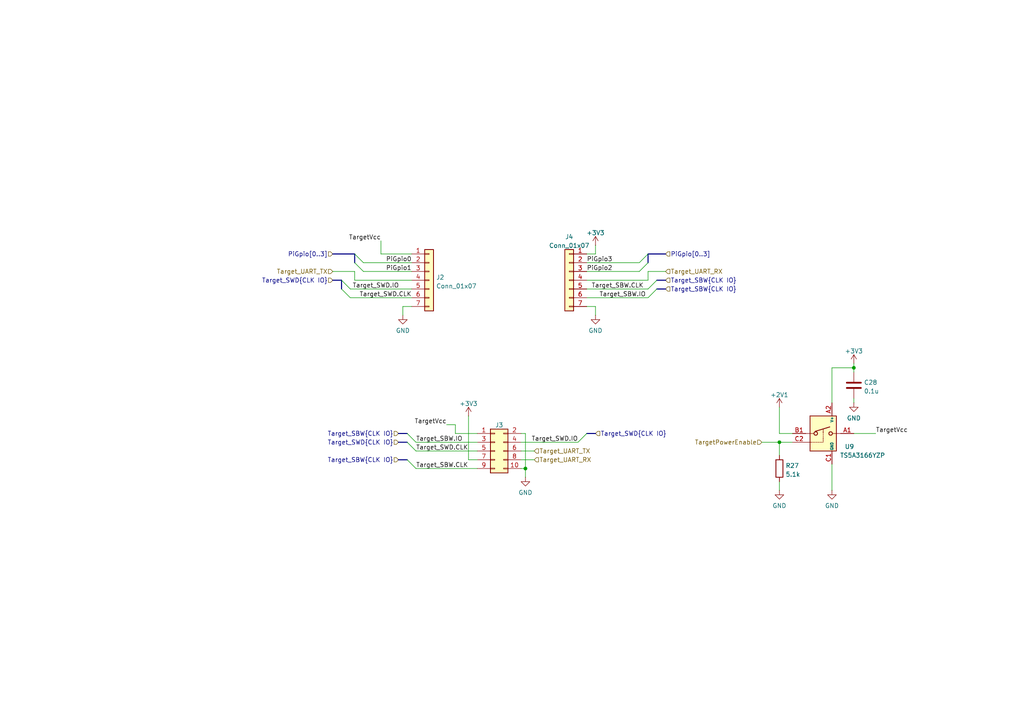
<source format=kicad_sch>
(kicad_sch (version 20231120) (generator "eeschema") (generator_version "8.0")
  (paper "A4")
  (lib_symbols
    (symbol "Connector_Generic:Conn_01x07" (pin_names (offset 1.016) hide)
      (property "Reference" "J" (at 0 10.16 0))
      (property "Value" "Conn_01x07" (at 0 -10.16 0))
      (symbol "Conn_01x07_1_1"
        (rectangle (start -1.27 -7.493) (end 0 -7.747) (stroke (width 0.1524)))
        (rectangle (start -1.27 -4.953) (end 0 -5.207) (stroke (width 0.1524)))
        (rectangle (start -1.27 -2.413) (end 0 -2.667) (stroke (width 0.1524)))
        (rectangle (start -1.27 0.127) (end 0 -0.127) (stroke (width 0.1524)))
        (rectangle (start -1.27 2.667) (end 0 2.413) (stroke (width 0.1524)))
        (rectangle (start -1.27 5.207) (end 0 4.953) (stroke (width 0.1524)))
        (rectangle (start -1.27 7.747) (end 0 7.493) (stroke (width 0.1524)))
        (rectangle (start -1.27 8.89) (end 1.27 -8.89) (stroke (width 0.254)) (fill (type background)))
        (pin passive line (at -5.08 7.62 0) (length 3.81) (name "Pin_1") (number "1"))
        (pin passive line (at -5.08 5.08 0) (length 3.81) (name "Pin_2") (number "2"))
        (pin passive line (at -5.08 2.54 0) (length 3.81) (name "Pin_3") (number "3"))
        (pin passive line (at -5.08 0 0) (length 3.81) (name "Pin_4") (number "4"))
        (pin passive line (at -5.08 -2.54 0) (length 3.81) (name "Pin_5") (number "5"))
        (pin passive line (at -5.08 -5.08 0) (length 3.81) (name "Pin_6") (number "6"))
        (pin passive line (at -5.08 -7.62 0) (length 3.81) (name "Pin_7") (number "7"))
      )
    )
    (symbol "Connector_Generic:Conn_02x05_Odd_Even" (pin_names (offset 1.016) hide)
      (property "Reference" "J" (at 1.27 7.62 0))
      (property "Value" "Conn_02x05_Odd_Even" (at 1.27 -7.62 0))
      (symbol "Conn_02x05_Odd_Even_1_1"
        (rectangle (start -1.27 -4.953) (end 0 -5.207) (stroke (width 0.1524)))
        (rectangle (start -1.27 -2.413) (end 0 -2.667) (stroke (width 0.1524)))
        (rectangle (start -1.27 0.127) (end 0 -0.127) (stroke (width 0.1524)))
        (rectangle (start -1.27 2.667) (end 0 2.413) (stroke (width 0.1524)))
        (rectangle (start -1.27 5.207) (end 0 4.953) (stroke (width 0.1524)))
        (rectangle (start -1.27 6.35) (end 3.81 -6.35) (stroke (width 0.254)) (fill (type background)))
        (rectangle (start 3.81 -4.953) (end 2.54 -5.207) (stroke (width 0.1524)))
        (rectangle (start 3.81 -2.413) (end 2.54 -2.667) (stroke (width 0.1524)))
        (rectangle (start 3.81 0.127) (end 2.54 -0.127) (stroke (width 0.1524)))
        (rectangle (start 3.81 2.667) (end 2.54 2.413) (stroke (width 0.1524)))
        (rectangle (start 3.81 5.207) (end 2.54 4.953) (stroke (width 0.1524)))
        (pin passive line (at -5.08 5.08 0) (length 3.81) (name "Pin_1") (number "1"))
        (pin passive line (at 7.62 -5.08 180) (length 3.81) (name "Pin_10") (number "10"))
        (pin passive line (at 7.62 5.08 180) (length 3.81) (name "Pin_2") (number "2"))
        (pin passive line (at -5.08 2.54 0) (length 3.81) (name "Pin_3") (number "3"))
        (pin passive line (at 7.62 2.54 180) (length 3.81) (name "Pin_4") (number "4"))
        (pin passive line (at -5.08 0 0) (length 3.81) (name "Pin_5") (number "5"))
        (pin passive line (at 7.62 0 180) (length 3.81) (name "Pin_6") (number "6"))
        (pin passive line (at -5.08 -2.54 0) (length 3.81) (name "Pin_7") (number "7"))
        (pin passive line (at 7.62 -2.54 180) (length 3.81) (name "Pin_8") (number "8"))
        (pin passive line (at -5.08 -5.08 0) (length 3.81) (name "Pin_9") (number "9"))
      )
    )
    (symbol "Device:C" (pin_numbers hide) (pin_names (offset 0.254))
      (property "Reference" "C" (at 0.635 2.54 0))
      (property "Value" "C" (at 0.635 -2.54 0))
      (symbol "C_0_1"
        (polyline (pts (xy -2.032 -0.762) (xy 2.032 -0.762)) (stroke (width 0.508)))
        (polyline (pts (xy -2.032 0.762) (xy 2.032 0.762)) (stroke (width 0.508)))
      )
      (symbol "C_1_1"
        (pin passive line (at 0 3.81 270) (length 2.794) (name "~") (number "1"))
        (pin passive line (at 0 -3.81 90) (length 2.794) (name "~") (number "2"))
      )
    )
    (symbol "Device:R" (pin_numbers hide) (pin_names (offset 0))
      (property "Reference" "R" (at 2.032 0 90))
      (property "Value" "R" (at 0 0 90))
      (symbol "R_0_1"
        (rectangle (start -1.016 -2.54) (end 1.016 2.54) (stroke (width 0.254)))
      )
      (symbol "R_1_1"
        (pin passive line (at 0 3.81 270) (length 1.27) (name "~") (number "1"))
        (pin passive line (at 0 -3.81 90) (length 1.27) (name "~") (number "2"))
      )
    )
    (symbol "power:+3V3" (power) (pin_numbers hide) (pin_names (offset 0) hide)
      (property "Value" "+3V3" (at 0 3.556 0))
      (symbol "+3V3_0_1"
        (polyline (pts (xy -0.762 1.27) (xy 0 2.54)))
        (polyline (pts (xy 0 0) (xy 0 2.54)))
        (polyline (pts (xy 0 2.54) (xy 0.762 1.27)))
      )
      (symbol "+3V3_1_1"
        (pin power_in line (at 0 0 90) (length 0) (name "~") (number "1"))
      )
    )
    (symbol "power:GND" (power) (pin_numbers hide) (pin_names (offset 0) hide)
      (property "Value" "GND" (at 0 -3.81 0))
      (symbol "GND_0_1"
        (polyline (pts (xy 0 0) (xy 0 -1.27) (xy 1.27 -1.27) (xy 0 -2.54) (xy -1.27 -1.27) (xy 0 -1.27)))
      )
      (symbol "GND_1_1"
        (pin power_in line (at 0 0 270) (length 0) (name "~") (number "1"))
      )
    )
    (symbol "voltix:+2V1" (power) (pin_names (offset 0))
      (property "Value" "+2V1" (at 0 3.556 0))
      (symbol "+2V1_0_1"
        (polyline (pts (xy -0.762 1.27) (xy 0 2.54)))
        (polyline (pts (xy 0 0) (xy 0 2.54)))
        (polyline (pts (xy 0 2.54) (xy 0.762 1.27)))
      )
      (symbol "+2V1_1_1"
        (pin power_in line (at 0 0 90) (length 0) hide (name "+2V1") (number "1"))
      )
    )
    (symbol "voltix:TS5A3166YZP" (pin_names (offset 0.127))
      (property "Reference" "U" (at -3.81 6.35 0))
      (property "Value" "TS5A3166YZP" (at -5.08 -20.32 0))
      (symbol "TS5A3166YZP_0_1"
        (polyline (pts (xy -5.08 -2.54) (xy -3.302 -2.54)))
        (polyline (pts (xy -3.048 -2.54) (xy -2.794 -2.54)))
        (polyline (pts (xy -2.54 -2.54) (xy -2.286 -2.54)))
        (polyline (pts (xy -2.032 -2.54) (xy -1.778 -2.54)))
        (polyline (pts (xy -1.524 -2.54) (xy -1.27 -2.54)))
        (polyline (pts (xy -1.016 -2.54) (xy -0.762 -2.54)))
        (polyline (pts (xy -0.508 -2.54) (xy -0.254 -2.54)))
        (polyline (pts (xy 0 -2.032) (xy 0 -1.778)))
        (polyline (pts (xy 0 -1.524) (xy 0 -1.27)))
      )
      (symbol "TS5A3166YZP_1_1"
        (rectangle (start -3.81 5.08) (end 3.81 -5.08) (stroke (width 0.254)) (fill (type background)))
        (circle (center -2.159 0) (radius 0.508) (stroke (width 0.254)))
        (polyline (pts (xy -5.08 0) (xy -2.794 0)))
        (polyline (pts (xy -2.286 0.635) (xy 1.905 1.905)) (stroke (width 0.254)))
        (polyline (pts (xy 0 -2.54) (xy 0 -2.286)))
        (polyline (pts (xy 0 -2.032) (xy 0 -1.778)))
        (polyline (pts (xy 0 -1.524) (xy 0 -1.27)))
        (polyline (pts (xy 0 -1.016) (xy 0 -0.762)))
        (polyline (pts (xy 0 -0.508) (xy 0 -0.254)))
        (polyline (pts (xy 0 0) (xy 0 0.508)))
        (polyline (pts (xy 0 0.254) (xy 0 1.27)))
        (polyline (pts (xy 5.08 0) (xy 2.794 0)))
        (circle (center 2.159 0) (radius 0.508) (stroke (width 0.254)))
        (pin passive line (at 8.89 0 180) (length 3.81) (name "~") (number "A1"))
        (pin power_in line (at 2.54 8.89 270) (length 3.81) (name "V+") (number "A2"))
        (pin passive line (at -8.89 0 0) (length 3.81) (name "~") (number "B1"))
        (pin power_in line (at 2.54 -8.89 90) (length 3.81) (name "GND") (number "C1"))
        (pin input line (at -8.89 -2.54 0) (length 3.81) (name "~") (number "C2"))
      )
    )
  )
  (junction (at 152.4 135.89))
  (junction (at 247.65 106.68))
  (junction (at 226.06 128.27))
  (bus_entry (at 190.5 81.28) (size -2.54 2.54))
  (bus_entry (at 102.87 76.2) (size 2.54 2.54))
  (bus_entry (at 190.5 83.82) (size -2.54 2.54))
  (bus_entry (at 118.11 125.73) (size 2.54 2.54))
  (bus_entry (at 187.96 73.66) (size -2.54 2.54))
  (bus_entry (at 118.11 128.27) (size 2.54 2.54))
  (bus_entry (at 99.06 81.28) (size 2.54 2.54))
  (bus_entry (at 187.96 76.2) (size -2.54 2.54))
  (bus_entry (at 118.11 133.35) (size 2.54 2.54))
  (bus_entry (at 170.18 125.73) (size -2.54 2.54))
  (bus_entry (at 102.87 73.66) (size 2.54 2.54))
  (bus_entry (at 99.06 83.82) (size 2.54 2.54))
  (wire (pts (xy 170.18 76.2) (xy 185.42 76.2)))
  (wire (pts (xy 102.87 78.74) (xy 96.52 78.74)))
  (bus (pts (xy 193.04 73.66) (xy 187.96 73.66)))
  (wire (pts (xy 101.6 86.36) (xy 119.38 86.36)))
  (wire (pts (xy 187.96 83.82) (xy 170.18 83.82)))
  (wire (pts (xy 152.4 125.73) (xy 151.13 125.73)))
  (wire (pts (xy 241.3 106.68) (xy 247.65 106.68)))
  (wire (pts (xy 241.3 134.62) (xy 241.3 142.24)))
  (wire (pts (xy 105.41 78.74) (xy 119.38 78.74)))
  (wire (pts (xy 170.18 73.66) (xy 172.72 73.66)))
  (wire (pts (xy 116.84 88.9) (xy 119.38 88.9)))
  (bus (pts (xy 99.06 81.28) (xy 99.06 83.82)))
  (wire (pts (xy 151.13 130.81) (xy 154.94 130.81)))
  (bus (pts (xy 190.5 81.28) (xy 193.04 81.28)))
  (wire (pts (xy 226.06 128.27) (xy 229.87 128.27)))
  (wire (pts (xy 152.4 125.73) (xy 152.4 135.89)))
  (wire (pts (xy 172.72 91.44) (xy 172.72 88.9)))
  (wire (pts (xy 172.72 73.66) (xy 172.72 71.12)))
  (bus (pts (xy 102.87 73.66) (xy 102.87 76.2)))
  (bus (pts (xy 96.52 81.28) (xy 99.06 81.28)))
  (wire (pts (xy 226.06 125.73) (xy 229.87 125.73)))
  (wire (pts (xy 102.87 81.28) (xy 102.87 78.74)))
  (wire (pts (xy 105.41 76.2) (xy 119.38 76.2)))
  (wire (pts (xy 226.06 128.27) (xy 226.06 132.08)))
  (wire (pts (xy 187.96 86.36) (xy 170.18 86.36)))
  (wire (pts (xy 247.65 115.57) (xy 247.65 116.84)))
  (wire (pts (xy 247.65 125.73) (xy 254 125.73)))
  (wire (pts (xy 132.08 125.73) (xy 138.43 125.73)))
  (wire (pts (xy 151.13 133.35) (xy 154.94 133.35)))
  (wire (pts (xy 187.96 81.28) (xy 170.18 81.28)))
  (wire (pts (xy 129.54 123.19) (xy 132.08 123.19)))
  (wire (pts (xy 247.65 105.41) (xy 247.65 106.68)))
  (wire (pts (xy 116.84 91.44) (xy 116.84 88.9)))
  (wire (pts (xy 132.08 123.19) (xy 132.08 125.73)))
  (wire (pts (xy 110.49 73.66) (xy 110.49 69.85)))
  (wire (pts (xy 138.43 135.89) (xy 120.65 135.89)))
  (wire (pts (xy 138.43 133.35) (xy 135.89 133.35)))
  (wire (pts (xy 172.72 88.9) (xy 170.18 88.9)))
  (bus (pts (xy 172.72 125.73) (xy 170.18 125.73)))
  (bus (pts (xy 118.11 133.35) (xy 115.57 133.35)))
  (bus (pts (xy 187.96 73.66) (xy 187.96 76.2)))
  (wire (pts (xy 152.4 135.89) (xy 152.4 138.43)))
  (wire (pts (xy 170.18 78.74) (xy 185.42 78.74)))
  (wire (pts (xy 135.89 120.65) (xy 135.89 133.35)))
  (wire (pts (xy 226.06 139.7) (xy 226.06 142.24)))
  (wire (pts (xy 193.04 78.74) (xy 187.96 78.74)))
  (wire (pts (xy 119.38 73.66) (xy 110.49 73.66)))
  (wire (pts (xy 120.65 130.81) (xy 138.43 130.81)))
  (wire (pts (xy 151.13 135.89) (xy 152.4 135.89)))
  (bus (pts (xy 193.04 83.82) (xy 190.5 83.82)))
  (wire (pts (xy 167.64 128.27) (xy 151.13 128.27)))
  (wire (pts (xy 220.98 128.27) (xy 226.06 128.27)))
  (bus (pts (xy 115.57 128.27) (xy 118.11 128.27)))
  (wire (pts (xy 247.65 106.68) (xy 247.65 107.95)))
  (wire (pts (xy 101.6 83.82) (xy 119.38 83.82)))
  (wire (pts (xy 226.06 118.11) (xy 226.06 125.73)))
  (wire (pts (xy 187.96 81.28) (xy 187.96 78.74)))
  (wire (pts (xy 241.3 116.84) (xy 241.3 106.68)))
  (bus (pts (xy 115.57 125.73) (xy 118.11 125.73)))
  (wire (pts (xy 120.65 128.27) (xy 138.43 128.27)))
  (wire (pts (xy 102.87 81.28) (xy 119.38 81.28)))
  (bus (pts (xy 96.52 73.66) (xy 102.87 73.66)))
  (label "Target_SWD.CLK" (at 120.65 130.81 0))
  (label "Target_SBW.IO" (at 187.325 86.36 180))
  (label "Target_SWD.IO" (at 102.235 83.82 0))
  (label "Target_SBW.IO" (at 120.65 128.27 0))
  (label "Target_SBW.CLK" (at 120.65 135.89 0))
  (label "TargetVcc" (at 254 125.73 0))
  (label "Target_SWD.CLK" (at 119.38 86.36 180))
  (label "PiGpio2" (at 170.18 78.74 0))
  (label "TargetVcc" (at 129.54 123.19 180))
  (label "Target_SWD.IO" (at 167.64 128.27 180))
  (label "TargetVcc" (at 110.49 69.85 180))
  (label "Target_SBW.CLK" (at 186.69 83.82 180))
  (label "PiGpio0" (at 119.38 76.2 180))
  (label "PiGpio3" (at 170.18 76.2 0))
  (label "PiGpio1" (at 119.38 78.74 180))
  (hierarchical_label "Target_SWD{CLK IO}" (shape input) (at 115.57 128.27 180))
  (hierarchical_label "Target_SWD{CLK IO}" (shape input) (at 172.72 125.73 0))
  (hierarchical_label "Target_SBW{CLK IO}" (shape input) (at 115.57 133.35 180))
  (hierarchical_label "Target_UART_RX" (shape input) (at 193.04 78.74 0))
  (hierarchical_label "Target_UART_TX" (shape input) (at 96.52 78.74 180))
  (hierarchical_label "Target_SBW{CLK IO}" (shape input) (at 193.04 83.82 0))
  (hierarchical_label "TargetPowerEnable" (shape input) (at 220.98 128.27 180))
  (hierarchical_label "PiGpio[0..3]" (shape input) (at 193.04 73.66 0))
  (hierarchical_label "Target_SWD{CLK IO}" (shape input) (at 96.52 81.28 180))
  (hierarchical_label "Target_SBW{CLK IO}" (shape input) (at 115.57 125.73 180))
  (hierarchical_label "Target_SBW{CLK IO}" (shape input) (at 193.04 81.28 0))
  (hierarchical_label "PiGpio[0..3]" (shape input) (at 96.52 73.66 180))
  (hierarchical_label "Target_UART_RX" (shape input) (at 154.94 133.35 0))
  (hierarchical_label "Target_UART_TX" (shape input) (at 154.94 130.81 0))
  (symbol (lib_id "Connector_Generic:Conn_02x05_Odd_Even") (at 143.51 130.81 0) (unit 1)
    (property "Reference" "J3" (at 144.78 123.2972 0))
    (property "Value" "Conn_02x05_Odd_Even" (effects (hide yes)))
    (property "Footprint" "Connector_IDC:IDC-Header_2x05_P2.54mm_Vertical_SMD" (effects (hide yes)))
    (property "Description" "Generic connector, double row, 02x05, odd/even pin numbering scheme (row 1 odd numbers, row 2 even numbers), script generated (kicad-library-utils/schlib/autogen/connector/)" (effects (hide yes)))
    (property "MPN" "AWHW 10G-SMD" (effects (hide yes)))
  )
  (symbol (lib_id "power:+3V3") (at 172.72 71.12 0) (mirror y) (unit 1)
    (property "Reference" "#PWR053" (effects (hide yes)))
    (property "Value" "+3V3" (at 172.72 67.5442 0))
    (property "Description" "Power symbol creates a global label with name \"+3V3\"" (effects (hide yes)))
  )
  (symbol (lib_id "Connector_Generic:Conn_01x07") (at 124.46 81.28 0) (unit 1) (in_bom no)
    (property "Reference" "J2" (at 126.492 80.4453 0) (effects (justify left)))
    (property "Value" "Conn_01x07" (at 126.492 82.9822 0) (effects (justify left)))
    (property "Footprint" "voltix:PinHeader_1x07_P2.54mm_Plain" (effects (hide yes)))
    (property "Description" "Generic connector, single row, 01x07, script generated (kicad-library-utils/schlib/autogen/connector/)" (effects (hide yes)))
  )
  (symbol (lib_id "power:+3V3") (at 247.65 105.41 0) (mirror y) (unit 1)
    (property "Reference" "#PWR058" (effects (hide yes)))
    (property "Value" "+3V3" (at 247.65 101.8342 0))
    (property "Description" "Power symbol creates a global label with name \"+3V3\"" (effects (hide yes)))
  )
  (symbol (lib_id "voltix:TS5A3166YZP") (at 238.76 125.73 0) (unit 1)
    (property "Reference" "U9" (at 246.38 129.54 0))
    (property "Value" "TS5A3166YZP" (at 250.19 132.08 0))
    (property "Footprint" "voltix:TI_YZP0005" (effects (hide yes)))
    (property "Datasheet" " http://www.ti.com/lit/ds/symlink/ts5a3166.pdf" (effects (hide yes)))
    (property "Description" "Single SPST Analog Switch, 5-V/3.3-V, normally OFF, 0.9Ohm Ron, DSBGA" (effects (hide yes)))
    (property "MPN" "TS5A3166YZP" (effects (hide yes)))
  )
  (symbol (lib_id "power:GND") (at 152.4 138.43 0) (unit 1)
    (property "Reference" "#PWR052" (effects (hide yes)))
    (property "Value" "GND" (at 152.4 142.8734 0))
    (property "Description" "Power symbol creates a global label with name \"GND\" , ground" (effects (hide yes)))
  )
  (symbol (lib_id "power:+3V3") (at 135.89 120.65 0) (unit 1)
    (property "Reference" "#PWR051" (effects (hide yes)))
    (property "Value" "+3V3" (at 135.89 117.0742 0))
    (property "Description" "Power symbol creates a global label with name \"+3V3\"" (effects (hide yes)))
  )
  (symbol (lib_id "power:GND") (at 226.06 142.24 0) (mirror y) (unit 1)
    (property "Reference" "#PWR056" (effects (hide yes)))
    (property "Value" "GND" (at 226.06 146.6834 0))
    (property "Description" "Power symbol creates a global label with name \"GND\" , ground" (effects (hide yes)))
  )
  (symbol (lib_id "power:GND") (at 116.84 91.44 0) (unit 1)
    (property "Reference" "#PWR050" (effects (hide yes)))
    (property "Value" "GND" (at 116.84 95.8834 0))
    (property "Description" "Power symbol creates a global label with name \"GND\" , ground" (effects (hide yes)))
  )
  (symbol (lib_id "Connector_Generic:Conn_01x07") (at 165.1 81.28 0) (mirror y) (unit 1) (in_bom no)
    (property "Reference" "J4" (at 165.1 68.6902 0))
    (property "Value" "Conn_01x07" (at 165.1 71.2271 0))
    (property "Footprint" "voltix:PinHeader_1x07_P2.54mm_Plain" (effects (hide yes)))
    (property "Description" "Generic connector, single row, 01x07, script generated (kicad-library-utils/schlib/autogen/connector/)" (effects (hide yes)))
  )
  (symbol (lib_id "power:GND") (at 172.72 91.44 0) (mirror y) (unit 1)
    (property "Reference" "#PWR054" (effects (hide yes)))
    (property "Value" "GND" (at 172.72 95.8834 0))
    (property "Description" "Power symbol creates a global label with name \"GND\" , ground" (effects (hide yes)))
  )
  (symbol (lib_id "voltix:+2V1") (at 226.06 118.11 0) (unit 1)
    (property "Reference" "#PWR055" (effects (hide yes)))
    (property "Value" "+2V1" (at 226.06 114.5342 0))
    (property "Description" "Power symbol creates a global label with name \"+2V1\"" (effects (hide yes)))
  )
  (symbol (lib_id "power:GND") (at 241.3 142.24 0) (mirror y) (unit 1)
    (property "Reference" "#PWR057" (effects (hide yes)))
    (property "Value" "GND" (at 241.3 146.6834 0))
    (property "Description" "Power symbol creates a global label with name \"GND\" , ground" (effects (hide yes)))
  )
  (symbol (lib_id "Device:C") (at 247.65 111.76 0) (unit 1)
    (property "Reference" "C28" (at 250.571 110.9253 0) (effects (justify left)))
    (property "Value" "0.1u" (at 250.571 113.4622 0) (effects (justify left)))
    (property "Footprint" "Capacitor_SMD:C_0402_1005Metric" (effects (hide yes)))
    (property "Description" "Unpolarized capacitor" (effects (hide yes)))
    (property "MPN" "CL05A104KA5NNNC" (effects (hide yes)))
  )
  (symbol (lib_id "Device:R") (at 226.06 135.89 180) (unit 1)
    (property "Reference" "R27" (at 227.838 135.0553 0) (effects (justify right)))
    (property "Value" "5.1k" (at 227.838 137.5922 0) (effects (justify right)))
    (property "Footprint" "Resistor_SMD:R_0402_1005Metric" (effects (hide yes)))
    (property "Description" "Resistor" (effects (hide yes)))
    (property "MPN" "CR0402-FX-5101GLF" (effects (hide yes)))
  )
  (symbol (lib_id "power:GND") (at 247.65 116.84 0) (mirror y) (unit 1)
    (property "Reference" "#PWR059" (effects (hide yes)))
    (property "Value" "GND" (at 247.65 121.2834 0))
    (property "Description" "Power symbol creates a global label with name \"GND\" , ground" (effects (hide yes)))
  )
)
</source>
